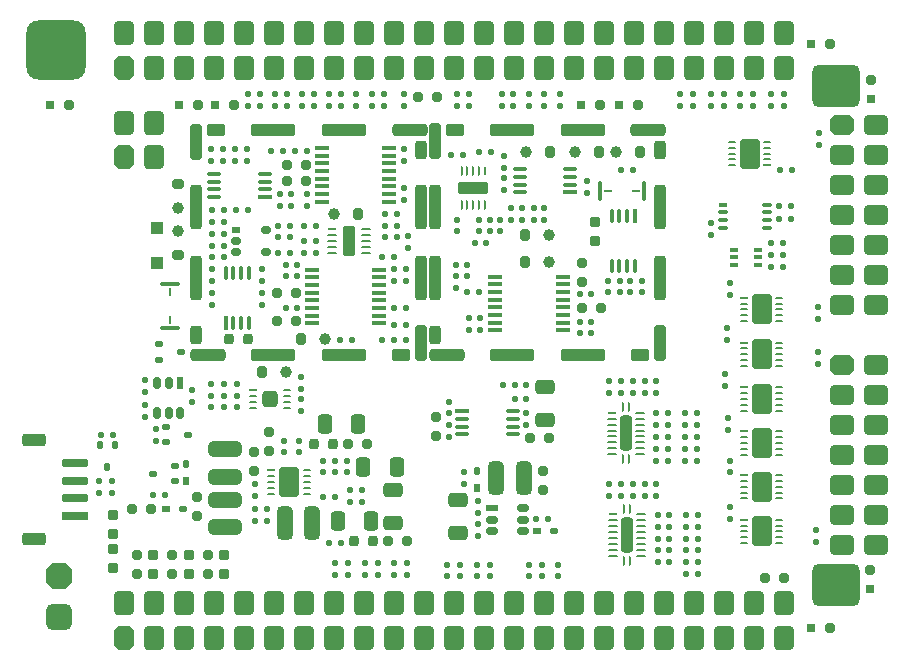
<source format=gbr>
%TF.GenerationSoftware,Altium Limited,Altium Designer,20.2.6 (244)*%
G04 Layer_Color=255*
%FSLAX45Y45*%
%MOMM*%
%TF.SameCoordinates,1A285BE7-DF3D-4214-9C7A-F78C9B27F18F*%
%TF.FilePolarity,Positive*%
%TF.FileFunction,Pads,Top*%
%TF.Part,Single*%
G01*
G75*
%TA.AperFunction,SMDPad,CuDef*%
G04:AMPARAMS|DCode=12|XSize=0.6mm|YSize=1mm|CornerRadius=0.15mm|HoleSize=0mm|Usage=FLASHONLY|Rotation=90.000|XOffset=0mm|YOffset=0mm|HoleType=Round|Shape=RoundedRectangle|*
%AMROUNDEDRECTD12*
21,1,0.60000,0.70000,0,0,90.0*
21,1,0.30000,1.00000,0,0,90.0*
1,1,0.30000,0.35000,0.15000*
1,1,0.30000,0.35000,-0.15000*
1,1,0.30000,-0.35000,-0.15000*
1,1,0.30000,-0.35000,0.15000*
%
%ADD12ROUNDEDRECTD12*%
%ADD13R,1.00000X0.60000*%
G04:AMPARAMS|DCode=14|XSize=0.38mm|YSize=1.15mm|CornerRadius=0.095mm|HoleSize=0mm|Usage=FLASHONLY|Rotation=90.000|XOffset=0mm|YOffset=0mm|HoleType=Round|Shape=RoundedRectangle|*
%AMROUNDEDRECTD14*
21,1,0.38000,0.96000,0,0,90.0*
21,1,0.19000,1.15000,0,0,90.0*
1,1,0.19000,0.48000,0.09500*
1,1,0.19000,0.48000,-0.09500*
1,1,0.19000,-0.48000,-0.09500*
1,1,0.19000,-0.48000,0.09500*
%
%ADD14ROUNDEDRECTD14*%
%ADD15R,1.15000X0.38000*%
G04:AMPARAMS|DCode=16|XSize=0.38mm|YSize=1.2mm|CornerRadius=0.095mm|HoleSize=0mm|Usage=FLASHONLY|Rotation=90.000|XOffset=0mm|YOffset=0mm|HoleType=Round|Shape=RoundedRectangle|*
%AMROUNDEDRECTD16*
21,1,0.38000,1.01000,0,0,90.0*
21,1,0.19000,1.20000,0,0,90.0*
1,1,0.19000,0.50500,0.09500*
1,1,0.19000,0.50500,-0.09500*
1,1,0.19000,-0.50500,-0.09500*
1,1,0.19000,-0.50500,0.09500*
%
%ADD16ROUNDEDRECTD16*%
%ADD17R,1.20000X0.38000*%
%ADD18R,0.65000X0.25000*%
G04:AMPARAMS|DCode=19|XSize=0.25mm|YSize=0.65mm|CornerRadius=0.0625mm|HoleSize=0mm|Usage=FLASHONLY|Rotation=90.000|XOffset=0mm|YOffset=0mm|HoleType=Round|Shape=RoundedRectangle|*
%AMROUNDEDRECTD19*
21,1,0.25000,0.52500,0,0,90.0*
21,1,0.12500,0.65000,0,0,90.0*
1,1,0.12500,0.26250,0.06250*
1,1,0.12500,0.26250,-0.06250*
1,1,0.12500,-0.26250,-0.06250*
1,1,0.12500,-0.26250,0.06250*
%
%ADD19ROUNDEDRECTD19*%
G04:AMPARAMS|DCode=20|XSize=1.4mm|YSize=1.3mm|CornerRadius=0.325mm|HoleSize=0mm|Usage=FLASHONLY|Rotation=90.000|XOffset=0mm|YOffset=0mm|HoleType=Round|Shape=RoundedRectangle|*
%AMROUNDEDRECTD20*
21,1,1.40000,0.65000,0,0,90.0*
21,1,0.75000,1.30000,0,0,90.0*
1,1,0.65000,0.32500,0.37500*
1,1,0.65000,0.32500,-0.37500*
1,1,0.65000,-0.32500,-0.37500*
1,1,0.65000,-0.32500,0.37500*
%
%ADD20ROUNDEDRECTD20*%
G04:AMPARAMS|DCode=21|XSize=2.55mm|YSize=1.1mm|CornerRadius=0.275mm|HoleSize=0mm|Usage=FLASHONLY|Rotation=90.000|XOffset=0mm|YOffset=0mm|HoleType=Round|Shape=RoundedRectangle|*
%AMROUNDEDRECTD21*
21,1,2.55000,0.55000,0,0,90.0*
21,1,2.00000,1.10000,0,0,90.0*
1,1,0.55000,0.27500,1.00000*
1,1,0.55000,0.27500,-1.00000*
1,1,0.55000,-0.27500,-1.00000*
1,1,0.55000,-0.27500,1.00000*
%
%ADD21ROUNDEDRECTD21*%
G04:AMPARAMS|DCode=22|XSize=0.25mm|YSize=0.8mm|CornerRadius=0.0625mm|HoleSize=0mm|Usage=FLASHONLY|Rotation=90.000|XOffset=0mm|YOffset=0mm|HoleType=Round|Shape=RoundedRectangle|*
%AMROUNDEDRECTD22*
21,1,0.25000,0.67500,0,0,90.0*
21,1,0.12500,0.80000,0,0,90.0*
1,1,0.12500,0.33750,0.06250*
1,1,0.12500,0.33750,-0.06250*
1,1,0.12500,-0.33750,-0.06250*
1,1,0.12500,-0.33750,0.06250*
%
%ADD22ROUNDEDRECTD22*%
%ADD23R,0.80000X0.25000*%
G04:AMPARAMS|DCode=24|XSize=0.6mm|YSize=1mm|CornerRadius=0.15mm|HoleSize=0mm|Usage=FLASHONLY|Rotation=0.000|XOffset=0mm|YOffset=0mm|HoleType=Round|Shape=RoundedRectangle|*
%AMROUNDEDRECTD24*
21,1,0.60000,0.70000,0,0,0.0*
21,1,0.30000,1.00000,0,0,0.0*
1,1,0.30000,0.15000,-0.35000*
1,1,0.30000,-0.15000,-0.35000*
1,1,0.30000,-0.15000,0.35000*
1,1,0.30000,0.15000,0.35000*
%
%ADD24ROUNDEDRECTD24*%
%ADD25R,0.60000X1.00000*%
G04:AMPARAMS|DCode=26|XSize=0.6mm|YSize=0.8mm|CornerRadius=0.15mm|HoleSize=0mm|Usage=FLASHONLY|Rotation=90.000|XOffset=0mm|YOffset=0mm|HoleType=Round|Shape=RoundedRectangle|*
%AMROUNDEDRECTD26*
21,1,0.60000,0.50000,0,0,90.0*
21,1,0.30000,0.80000,0,0,90.0*
1,1,0.30000,0.25000,0.15000*
1,1,0.30000,0.25000,-0.15000*
1,1,0.30000,-0.25000,-0.15000*
1,1,0.30000,-0.25000,0.15000*
%
%ADD26ROUNDEDRECTD26*%
%ADD27R,0.80000X0.60000*%
G04:AMPARAMS|DCode=28|XSize=0.38mm|YSize=1.15mm|CornerRadius=0.095mm|HoleSize=0mm|Usage=FLASHONLY|Rotation=180.000|XOffset=0mm|YOffset=0mm|HoleType=Round|Shape=RoundedRectangle|*
%AMROUNDEDRECTD28*
21,1,0.38000,0.96000,0,0,180.0*
21,1,0.19000,1.15000,0,0,180.0*
1,1,0.19000,-0.09500,0.48000*
1,1,0.19000,0.09500,0.48000*
1,1,0.19000,0.09500,-0.48000*
1,1,0.19000,-0.09500,-0.48000*
%
%ADD28ROUNDEDRECTD28*%
%ADD29R,0.38000X1.15000*%
G04:AMPARAMS|DCode=30|XSize=0.25mm|YSize=0.7mm|CornerRadius=0.0625mm|HoleSize=0mm|Usage=FLASHONLY|Rotation=90.000|XOffset=0mm|YOffset=0mm|HoleType=Round|Shape=RoundedRectangle|*
%AMROUNDEDRECTD30*
21,1,0.25000,0.57500,0,0,90.0*
21,1,0.12500,0.70000,0,0,90.0*
1,1,0.12500,0.28750,0.06250*
1,1,0.12500,0.28750,-0.06250*
1,1,0.12500,-0.28750,-0.06250*
1,1,0.12500,-0.28750,0.06250*
%
%ADD30ROUNDEDRECTD30*%
%ADD31R,0.70000X0.25000*%
G04:AMPARAMS|DCode=32|XSize=2.5mm|YSize=1.72mm|CornerRadius=0.172mm|HoleSize=0mm|Usage=FLASHONLY|Rotation=90.000|XOffset=0mm|YOffset=0mm|HoleType=Round|Shape=RoundedRectangle|*
%AMROUNDEDRECTD32*
21,1,2.50000,1.37600,0,0,90.0*
21,1,2.15600,1.72000,0,0,90.0*
1,1,0.34400,0.68800,1.07800*
1,1,0.34400,0.68800,-1.07800*
1,1,0.34400,-0.68800,-1.07800*
1,1,0.34400,-0.68800,1.07800*
%
%ADD32ROUNDEDRECTD32*%
%ADD33R,0.80000X0.37000*%
G04:AMPARAMS|DCode=34|XSize=0.37mm|YSize=0.8mm|CornerRadius=0.0925mm|HoleSize=0mm|Usage=FLASHONLY|Rotation=90.000|XOffset=0mm|YOffset=0mm|HoleType=Round|Shape=RoundedRectangle|*
%AMROUNDEDRECTD34*
21,1,0.37000,0.61500,0,0,90.0*
21,1,0.18500,0.80000,0,0,90.0*
1,1,0.18500,0.30750,0.09250*
1,1,0.18500,0.30750,-0.09250*
1,1,0.18500,-0.30750,-0.09250*
1,1,0.18500,-0.30750,0.09250*
%
%ADD34ROUNDEDRECTD34*%
G04:AMPARAMS|DCode=35|XSize=0.38mm|YSize=0.7mm|CornerRadius=0.095mm|HoleSize=0mm|Usage=FLASHONLY|Rotation=90.000|XOffset=0mm|YOffset=0mm|HoleType=Round|Shape=RoundedRectangle|*
%AMROUNDEDRECTD35*
21,1,0.38000,0.51000,0,0,90.0*
21,1,0.19000,0.70000,0,0,90.0*
1,1,0.19000,0.25500,0.09500*
1,1,0.19000,0.25500,-0.09500*
1,1,0.19000,-0.25500,-0.09500*
1,1,0.19000,-0.25500,0.09500*
%
%ADD35ROUNDEDRECTD35*%
%ADD36R,0.70000X0.38000*%
G04:AMPARAMS|DCode=37|XSize=0.25mm|YSize=0.8mm|CornerRadius=0.0625mm|HoleSize=0mm|Usage=FLASHONLY|Rotation=0.000|XOffset=0mm|YOffset=0mm|HoleType=Round|Shape=RoundedRectangle|*
%AMROUNDEDRECTD37*
21,1,0.25000,0.67500,0,0,0.0*
21,1,0.12500,0.80000,0,0,0.0*
1,1,0.12500,0.06250,-0.33750*
1,1,0.12500,-0.06250,-0.33750*
1,1,0.12500,-0.06250,0.33750*
1,1,0.12500,0.06250,0.33750*
%
%ADD37ROUNDEDRECTD37*%
G04:AMPARAMS|DCode=38|XSize=1mm|YSize=2.98mm|CornerRadius=0.25mm|HoleSize=0mm|Usage=FLASHONLY|Rotation=0.000|XOffset=0mm|YOffset=0mm|HoleType=Round|Shape=RoundedRectangle|*
%AMROUNDEDRECTD38*
21,1,1.00000,2.48000,0,0,0.0*
21,1,0.50000,2.98000,0,0,0.0*
1,1,0.50000,0.25000,-1.24000*
1,1,0.50000,-0.25000,-1.24000*
1,1,0.50000,-0.25000,1.24000*
1,1,0.50000,0.25000,1.24000*
%
%ADD38ROUNDEDRECTD38*%
G04:AMPARAMS|DCode=39|XSize=2.55mm|YSize=1.1mm|CornerRadius=0.275mm|HoleSize=0mm|Usage=FLASHONLY|Rotation=0.000|XOffset=0mm|YOffset=0mm|HoleType=Round|Shape=RoundedRectangle|*
%AMROUNDEDRECTD39*
21,1,2.55000,0.55000,0,0,0.0*
21,1,2.00000,1.10000,0,0,0.0*
1,1,0.55000,1.00000,-0.27500*
1,1,0.55000,-1.00000,-0.27500*
1,1,0.55000,-1.00000,0.27500*
1,1,0.55000,1.00000,0.27500*
%
%ADD39ROUNDEDRECTD39*%
%ADD40R,0.25000X0.80000*%
G04:AMPARAMS|DCode=41|XSize=0.8mm|YSize=1mm|CornerRadius=0.2mm|HoleSize=0mm|Usage=FLASHONLY|Rotation=180.000|XOffset=0mm|YOffset=0mm|HoleType=Round|Shape=RoundedRectangle|*
%AMROUNDEDRECTD41*
21,1,0.80000,0.60000,0,0,180.0*
21,1,0.40000,1.00000,0,0,180.0*
1,1,0.40000,-0.20000,0.30000*
1,1,0.40000,0.20000,0.30000*
1,1,0.40000,0.20000,-0.30000*
1,1,0.40000,-0.20000,-0.30000*
%
%ADD41ROUNDEDRECTD41*%
%ADD42C,1.00000*%
G04:AMPARAMS|DCode=43|XSize=0.8mm|YSize=1mm|CornerRadius=0.2mm|HoleSize=0mm|Usage=FLASHONLY|Rotation=90.000|XOffset=0mm|YOffset=0mm|HoleType=Round|Shape=RoundedRectangle|*
%AMROUNDEDRECTD43*
21,1,0.80000,0.60000,0,0,90.0*
21,1,0.40000,1.00000,0,0,90.0*
1,1,0.40000,0.30000,0.20000*
1,1,0.40000,0.30000,-0.20000*
1,1,0.40000,-0.30000,-0.20000*
1,1,0.40000,-0.30000,0.20000*
%
%ADD43ROUNDEDRECTD43*%
G04:AMPARAMS|DCode=44|XSize=0.5mm|YSize=0.6mm|CornerRadius=0.125mm|HoleSize=0mm|Usage=FLASHONLY|Rotation=270.000|XOffset=0mm|YOffset=0mm|HoleType=Round|Shape=RoundedRectangle|*
%AMROUNDEDRECTD44*
21,1,0.50000,0.35000,0,0,270.0*
21,1,0.25000,0.60000,0,0,270.0*
1,1,0.25000,-0.17500,-0.12500*
1,1,0.25000,-0.17500,0.12500*
1,1,0.25000,0.17500,0.12500*
1,1,0.25000,0.17500,-0.12500*
%
%ADD44ROUNDEDRECTD44*%
G04:AMPARAMS|DCode=45|XSize=0.5mm|YSize=0.6mm|CornerRadius=0.125mm|HoleSize=0mm|Usage=FLASHONLY|Rotation=0.000|XOffset=0mm|YOffset=0mm|HoleType=Round|Shape=RoundedRectangle|*
%AMROUNDEDRECTD45*
21,1,0.50000,0.35000,0,0,0.0*
21,1,0.25000,0.60000,0,0,0.0*
1,1,0.25000,0.12500,-0.17500*
1,1,0.25000,-0.12500,-0.17500*
1,1,0.25000,-0.12500,0.17500*
1,1,0.25000,0.12500,0.17500*
%
%ADD45ROUNDEDRECTD45*%
G04:AMPARAMS|DCode=46|XSize=0.5mm|YSize=0.5mm|CornerRadius=0.125mm|HoleSize=0mm|Usage=FLASHONLY|Rotation=180.000|XOffset=0mm|YOffset=0mm|HoleType=Round|Shape=RoundedRectangle|*
%AMROUNDEDRECTD46*
21,1,0.50000,0.25000,0,0,180.0*
21,1,0.25000,0.50000,0,0,180.0*
1,1,0.25000,-0.12500,0.12500*
1,1,0.25000,0.12500,0.12500*
1,1,0.25000,0.12500,-0.12500*
1,1,0.25000,-0.12500,-0.12500*
%
%ADD46ROUNDEDRECTD46*%
G04:AMPARAMS|DCode=47|XSize=0.5mm|YSize=0.5mm|CornerRadius=0.125mm|HoleSize=0mm|Usage=FLASHONLY|Rotation=90.000|XOffset=0mm|YOffset=0mm|HoleType=Round|Shape=RoundedRectangle|*
%AMROUNDEDRECTD47*
21,1,0.50000,0.25000,0,0,90.0*
21,1,0.25000,0.50000,0,0,90.0*
1,1,0.25000,0.12500,0.12500*
1,1,0.25000,0.12500,-0.12500*
1,1,0.25000,-0.12500,-0.12500*
1,1,0.25000,-0.12500,0.12500*
%
%ADD47ROUNDEDRECTD47*%
G04:AMPARAMS|DCode=48|XSize=0.9mm|YSize=0.8mm|CornerRadius=0.2mm|HoleSize=0mm|Usage=FLASHONLY|Rotation=270.000|XOffset=0mm|YOffset=0mm|HoleType=Round|Shape=RoundedRectangle|*
%AMROUNDEDRECTD48*
21,1,0.90000,0.40000,0,0,270.0*
21,1,0.50000,0.80000,0,0,270.0*
1,1,0.40000,-0.20000,-0.25000*
1,1,0.40000,-0.20000,0.25000*
1,1,0.40000,0.20000,0.25000*
1,1,0.40000,0.20000,-0.25000*
%
%ADD48ROUNDEDRECTD48*%
G04:AMPARAMS|DCode=49|XSize=0.9mm|YSize=0.8mm|CornerRadius=0.2mm|HoleSize=0mm|Usage=FLASHONLY|Rotation=0.000|XOffset=0mm|YOffset=0mm|HoleType=Round|Shape=RoundedRectangle|*
%AMROUNDEDRECTD49*
21,1,0.90000,0.40000,0,0,0.0*
21,1,0.50000,0.80000,0,0,0.0*
1,1,0.40000,0.25000,-0.20000*
1,1,0.40000,-0.25000,-0.20000*
1,1,0.40000,-0.25000,0.20000*
1,1,0.40000,0.25000,0.20000*
%
%ADD49ROUNDEDRECTD49*%
%ADD50O,1.70000X0.30000*%
%ADD51R,0.24000X0.70000*%
%ADD52O,0.30000X1.70000*%
%ADD53R,0.70000X0.24000*%
%ADD54R,2.20000X0.70000*%
G04:AMPARAMS|DCode=55|XSize=2.2mm|YSize=0.7mm|CornerRadius=0.175mm|HoleSize=0mm|Usage=FLASHONLY|Rotation=180.000|XOffset=0mm|YOffset=0mm|HoleType=Round|Shape=RoundedRectangle|*
%AMROUNDEDRECTD55*
21,1,2.20000,0.35000,0,0,180.0*
21,1,1.85000,0.70000,0,0,180.0*
1,1,0.35000,-0.92500,0.17500*
1,1,0.35000,0.92500,0.17500*
1,1,0.35000,0.92500,-0.17500*
1,1,0.35000,-0.92500,-0.17500*
%
%ADD55ROUNDEDRECTD55*%
G04:AMPARAMS|DCode=56|XSize=2mm|YSize=1.1mm|CornerRadius=0.275mm|HoleSize=0mm|Usage=FLASHONLY|Rotation=180.000|XOffset=0mm|YOffset=0mm|HoleType=Round|Shape=RoundedRectangle|*
%AMROUNDEDRECTD56*
21,1,2.00000,0.55000,0,0,180.0*
21,1,1.45000,1.10000,0,0,180.0*
1,1,0.55000,-0.72500,0.27500*
1,1,0.55000,0.72500,0.27500*
1,1,0.55000,0.72500,-0.27500*
1,1,0.55000,-0.72500,-0.27500*
%
%ADD56ROUNDEDRECTD56*%
G04:AMPARAMS|DCode=57|XSize=1.6mm|YSize=1mm|CornerRadius=0.25mm|HoleSize=0mm|Usage=FLASHONLY|Rotation=270.000|XOffset=0mm|YOffset=0mm|HoleType=Round|Shape=RoundedRectangle|*
%AMROUNDEDRECTD57*
21,1,1.60000,0.50000,0,0,270.0*
21,1,1.10000,1.00000,0,0,270.0*
1,1,0.50000,-0.25000,-0.55000*
1,1,0.50000,-0.25000,0.55000*
1,1,0.50000,0.25000,0.55000*
1,1,0.50000,0.25000,-0.55000*
%
%ADD57ROUNDEDRECTD57*%
G04:AMPARAMS|DCode=58|XSize=3.8mm|YSize=1mm|CornerRadius=0.25mm|HoleSize=0mm|Usage=FLASHONLY|Rotation=180.000|XOffset=0mm|YOffset=0mm|HoleType=Round|Shape=RoundedRectangle|*
%AMROUNDEDRECTD58*
21,1,3.80000,0.50000,0,0,180.0*
21,1,3.30000,1.00000,0,0,180.0*
1,1,0.50000,-1.65000,0.25000*
1,1,0.50000,1.65000,0.25000*
1,1,0.50000,1.65000,-0.25000*
1,1,0.50000,-1.65000,-0.25000*
%
%ADD58ROUNDEDRECTD58*%
G04:AMPARAMS|DCode=59|XSize=3mm|YSize=1mm|CornerRadius=0.25mm|HoleSize=0mm|Usage=FLASHONLY|Rotation=180.000|XOffset=0mm|YOffset=0mm|HoleType=Round|Shape=RoundedRectangle|*
%AMROUNDEDRECTD59*
21,1,3.00000,0.50000,0,0,180.0*
21,1,2.50000,1.00000,0,0,180.0*
1,1,0.50000,-1.25000,0.25000*
1,1,0.50000,1.25000,0.25000*
1,1,0.50000,1.25000,-0.25000*
1,1,0.50000,-1.25000,-0.25000*
%
%ADD59ROUNDEDRECTD59*%
G04:AMPARAMS|DCode=60|XSize=1.6mm|YSize=1mm|CornerRadius=0.25mm|HoleSize=0mm|Usage=FLASHONLY|Rotation=0.000|XOffset=0mm|YOffset=0mm|HoleType=Round|Shape=RoundedRectangle|*
%AMROUNDEDRECTD60*
21,1,1.60000,0.50000,0,0,0.0*
21,1,1.10000,1.00000,0,0,0.0*
1,1,0.50000,0.55000,-0.25000*
1,1,0.50000,-0.55000,-0.25000*
1,1,0.50000,-0.55000,0.25000*
1,1,0.50000,0.55000,0.25000*
%
%ADD60ROUNDEDRECTD60*%
G04:AMPARAMS|DCode=61|XSize=3.8mm|YSize=1mm|CornerRadius=0.25mm|HoleSize=0mm|Usage=FLASHONLY|Rotation=270.000|XOffset=0mm|YOffset=0mm|HoleType=Round|Shape=RoundedRectangle|*
%AMROUNDEDRECTD61*
21,1,3.80000,0.50000,0,0,270.0*
21,1,3.30000,1.00000,0,0,270.0*
1,1,0.50000,-0.25000,-1.65000*
1,1,0.50000,-0.25000,1.65000*
1,1,0.50000,0.25000,1.65000*
1,1,0.50000,0.25000,-1.65000*
%
%ADD61ROUNDEDRECTD61*%
G04:AMPARAMS|DCode=62|XSize=3mm|YSize=1mm|CornerRadius=0.25mm|HoleSize=0mm|Usage=FLASHONLY|Rotation=270.000|XOffset=0mm|YOffset=0mm|HoleType=Round|Shape=RoundedRectangle|*
%AMROUNDEDRECTD62*
21,1,3.00000,0.50000,0,0,270.0*
21,1,2.50000,1.00000,0,0,270.0*
1,1,0.50000,-0.25000,-1.25000*
1,1,0.50000,-0.25000,1.25000*
1,1,0.50000,0.25000,1.25000*
1,1,0.50000,0.25000,-1.25000*
%
%ADD62ROUNDEDRECTD62*%
G04:AMPARAMS|DCode=63|XSize=2.8mm|YSize=1.3mm|CornerRadius=0.325mm|HoleSize=0mm|Usage=FLASHONLY|Rotation=90.000|XOffset=0mm|YOffset=0mm|HoleType=Round|Shape=RoundedRectangle|*
%AMROUNDEDRECTD63*
21,1,2.80000,0.65000,0,0,90.0*
21,1,2.15000,1.30000,0,0,90.0*
1,1,0.65000,0.32500,1.07500*
1,1,0.65000,0.32500,-1.07500*
1,1,0.65000,-0.32500,-1.07500*
1,1,0.65000,-0.32500,1.07500*
%
%ADD63ROUNDEDRECTD63*%
G04:AMPARAMS|DCode=64|XSize=2.8mm|YSize=1.3mm|CornerRadius=0.325mm|HoleSize=0mm|Usage=FLASHONLY|Rotation=0.000|XOffset=0mm|YOffset=0mm|HoleType=Round|Shape=RoundedRectangle|*
%AMROUNDEDRECTD64*
21,1,2.80000,0.65000,0,0,0.0*
21,1,2.15000,1.30000,0,0,0.0*
1,1,0.65000,1.07500,-0.32500*
1,1,0.65000,-1.07500,-0.32500*
1,1,0.65000,-1.07500,0.32500*
1,1,0.65000,1.07500,0.32500*
%
%ADD64ROUNDEDRECTD64*%
G04:AMPARAMS|DCode=65|XSize=0.5mm|YSize=0.7mm|CornerRadius=0.125mm|HoleSize=0mm|Usage=FLASHONLY|Rotation=180.000|XOffset=0mm|YOffset=0mm|HoleType=Round|Shape=RoundedRectangle|*
%AMROUNDEDRECTD65*
21,1,0.50000,0.45000,0,0,180.0*
21,1,0.25000,0.70000,0,0,180.0*
1,1,0.25000,-0.12500,0.22500*
1,1,0.25000,0.12500,0.22500*
1,1,0.25000,0.12500,-0.22500*
1,1,0.25000,-0.12500,-0.22500*
%
%ADD65ROUNDEDRECTD65*%
%ADD66R,0.50000X0.70000*%
G04:AMPARAMS|DCode=67|XSize=0.5mm|YSize=0.7mm|CornerRadius=0.125mm|HoleSize=0mm|Usage=FLASHONLY|Rotation=90.000|XOffset=0mm|YOffset=0mm|HoleType=Round|Shape=RoundedRectangle|*
%AMROUNDEDRECTD67*
21,1,0.50000,0.45000,0,0,90.0*
21,1,0.25000,0.70000,0,0,90.0*
1,1,0.25000,0.22500,0.12500*
1,1,0.25000,0.22500,-0.12500*
1,1,0.25000,-0.22500,-0.12500*
1,1,0.25000,-0.22500,0.12500*
%
%ADD67ROUNDEDRECTD67*%
%ADD68R,0.70000X0.50000*%
G04:AMPARAMS|DCode=69|XSize=0.8mm|YSize=0.8mm|CornerRadius=0.2mm|HoleSize=0mm|Usage=FLASHONLY|Rotation=90.000|XOffset=0mm|YOffset=0mm|HoleType=Round|Shape=RoundedRectangle|*
%AMROUNDEDRECTD69*
21,1,0.80000,0.40000,0,0,90.0*
21,1,0.40000,0.80000,0,0,90.0*
1,1,0.40000,0.20000,0.20000*
1,1,0.40000,0.20000,-0.20000*
1,1,0.40000,-0.20000,-0.20000*
1,1,0.40000,-0.20000,0.20000*
%
%ADD69ROUNDEDRECTD69*%
%ADD70R,0.80000X0.80000*%
G04:AMPARAMS|DCode=71|XSize=1.1mm|YSize=1.1mm|CornerRadius=0.275mm|HoleSize=0mm|Usage=FLASHONLY|Rotation=0.000|XOffset=0mm|YOffset=0mm|HoleType=Round|Shape=RoundedRectangle|*
%AMROUNDEDRECTD71*
21,1,1.10000,0.55000,0,0,0.0*
21,1,0.55000,1.10000,0,0,0.0*
1,1,0.55000,0.27500,-0.27500*
1,1,0.55000,-0.27500,-0.27500*
1,1,0.55000,-0.27500,0.27500*
1,1,0.55000,0.27500,0.27500*
%
%ADD71ROUNDEDRECTD71*%
%ADD72R,1.10000X1.10000*%
G04:AMPARAMS|DCode=73|XSize=0.8mm|YSize=0.8mm|CornerRadius=0.2mm|HoleSize=0mm|Usage=FLASHONLY|Rotation=180.000|XOffset=0mm|YOffset=0mm|HoleType=Round|Shape=RoundedRectangle|*
%AMROUNDEDRECTD73*
21,1,0.80000,0.40000,0,0,180.0*
21,1,0.40000,0.80000,0,0,180.0*
1,1,0.40000,-0.20000,0.20000*
1,1,0.40000,0.20000,0.20000*
1,1,0.40000,0.20000,-0.20000*
1,1,0.40000,-0.20000,-0.20000*
%
%ADD73ROUNDEDRECTD73*%
%ADD74R,0.80000X0.80000*%
G04:AMPARAMS|DCode=75|XSize=1.65mm|YSize=1.25mm|CornerRadius=0.3125mm|HoleSize=0mm|Usage=FLASHONLY|Rotation=0.000|XOffset=0mm|YOffset=0mm|HoleType=Round|Shape=RoundedRectangle|*
%AMROUNDEDRECTD75*
21,1,1.65000,0.62500,0,0,0.0*
21,1,1.02500,1.25000,0,0,0.0*
1,1,0.62500,0.51250,-0.31250*
1,1,0.62500,-0.51250,-0.31250*
1,1,0.62500,-0.51250,0.31250*
1,1,0.62500,0.51250,0.31250*
%
%ADD75ROUNDEDRECTD75*%
G04:AMPARAMS|DCode=76|XSize=1.65mm|YSize=1.25mm|CornerRadius=0.3125mm|HoleSize=0mm|Usage=FLASHONLY|Rotation=270.000|XOffset=0mm|YOffset=0mm|HoleType=Round|Shape=RoundedRectangle|*
%AMROUNDEDRECTD76*
21,1,1.65000,0.62500,0,0,270.0*
21,1,1.02500,1.25000,0,0,270.0*
1,1,0.62500,-0.31250,-0.51250*
1,1,0.62500,-0.31250,0.51250*
1,1,0.62500,0.31250,0.51250*
1,1,0.62500,0.31250,-0.51250*
%
%ADD76ROUNDEDRECTD76*%
%TA.AperFunction,ComponentPad*%
G04:AMPARAMS|DCode=87|XSize=1.7mm|YSize=2.1mm|CornerRadius=0.425mm|HoleSize=0mm|Usage=FLASHONLY|Rotation=0.000|XOffset=0mm|YOffset=0mm|HoleType=Round|Shape=RoundedRectangle|*
%AMROUNDEDRECTD87*
21,1,1.70000,1.25001,0,0,0.0*
21,1,0.85000,2.10000,0,0,0.0*
1,1,0.85000,0.42500,-0.62500*
1,1,0.85000,-0.42500,-0.62500*
1,1,0.85000,-0.42500,0.62500*
1,1,0.85000,0.42500,0.62500*
%
%ADD87ROUNDEDRECTD87*%
G04:AMPARAMS|DCode=88|XSize=1.7mm|YSize=2.1mm|CornerRadius=0mm|HoleSize=0mm|Usage=FLASHONLY|Rotation=0.000|XOffset=0mm|YOffset=0mm|HoleType=Round|Shape=Octagon|*
%AMOCTAGOND88*
4,1,8,-0.42500,1.05000,0.42500,1.05000,0.85000,0.62500,0.85000,-0.62500,0.42500,-1.05000,-0.42500,-1.05000,-0.85000,-0.62500,-0.85000,0.62500,-0.42500,1.05000,0.0*
%
%ADD88OCTAGOND88*%

G04:AMPARAMS|DCode=89|XSize=1.7mm|YSize=2.1mm|CornerRadius=0.425mm|HoleSize=0mm|Usage=FLASHONLY|Rotation=270.000|XOffset=0mm|YOffset=0mm|HoleType=Round|Shape=RoundedRectangle|*
%AMROUNDEDRECTD89*
21,1,1.70000,1.25001,0,0,270.0*
21,1,0.85000,2.10000,0,0,270.0*
1,1,0.85000,-0.62500,-0.42500*
1,1,0.85000,-0.62500,0.42500*
1,1,0.85000,0.62500,0.42500*
1,1,0.85000,0.62500,-0.42500*
%
%ADD89ROUNDEDRECTD89*%
G04:AMPARAMS|DCode=90|XSize=1.7mm|YSize=2.1mm|CornerRadius=0mm|HoleSize=0mm|Usage=FLASHONLY|Rotation=270.000|XOffset=0mm|YOffset=0mm|HoleType=Round|Shape=Octagon|*
%AMOCTAGOND90*
4,1,8,1.05000,0.42500,1.05000,-0.42500,0.62500,-0.85000,-0.62500,-0.85000,-1.05000,-0.42500,-1.05000,0.42500,-0.62500,0.85000,0.62500,0.85000,1.05000,0.42500,0.0*
%
%ADD90OCTAGOND90*%

G04:AMPARAMS|DCode=91|XSize=4mm|YSize=3.6mm|CornerRadius=0.54mm|HoleSize=0mm|Usage=FLASHONLY|Rotation=0.000|XOffset=0mm|YOffset=0mm|HoleType=Round|Shape=RoundedRectangle|*
%AMROUNDEDRECTD91*
21,1,4.00000,2.52000,0,0,0.0*
21,1,2.92000,3.60000,0,0,0.0*
1,1,1.08000,1.46000,-1.26000*
1,1,1.08000,-1.46000,-1.26000*
1,1,1.08000,-1.46000,1.26000*
1,1,1.08000,1.46000,1.26000*
%
%ADD91ROUNDEDRECTD91*%
G04:AMPARAMS|DCode=92|XSize=5mm|YSize=5mm|CornerRadius=1mm|HoleSize=0mm|Usage=FLASHONLY|Rotation=0.000|XOffset=0mm|YOffset=0mm|HoleType=Round|Shape=RoundedRectangle|*
%AMROUNDEDRECTD92*
21,1,5.00000,3.00000,0,0,0.0*
21,1,3.00000,5.00000,0,0,0.0*
1,1,2.00000,1.50000,-1.50000*
1,1,2.00000,-1.50000,-1.50000*
1,1,2.00000,-1.50000,1.50000*
1,1,2.00000,1.50000,1.50000*
%
%ADD92ROUNDEDRECTD92*%
G04:AMPARAMS|DCode=93|XSize=2.2mm|YSize=2.2mm|CornerRadius=0mm|HoleSize=0mm|Usage=FLASHONLY|Rotation=270.000|XOffset=0mm|YOffset=0mm|HoleType=Round|Shape=Octagon|*
%AMOCTAGOND93*
4,1,8,-0.55000,-1.10000,0.55000,-1.10000,1.10000,-0.55000,1.10000,0.55000,0.55000,1.10000,-0.55000,1.10000,-1.10000,0.55000,-1.10000,-0.55000,-0.55000,-1.10000,0.0*
%
%ADD93OCTAGOND93*%

G04:AMPARAMS|DCode=94|XSize=2.2mm|YSize=2.2mm|CornerRadius=0.55mm|HoleSize=0mm|Usage=FLASHONLY|Rotation=270.000|XOffset=0mm|YOffset=0mm|HoleType=Round|Shape=RoundedRectangle|*
%AMROUNDEDRECTD94*
21,1,2.20000,1.10000,0,0,270.0*
21,1,1.10000,2.20000,0,0,270.0*
1,1,1.10000,-0.55000,-0.55000*
1,1,1.10000,-0.55000,0.55000*
1,1,1.10000,0.55000,0.55000*
1,1,1.10000,0.55000,-0.55000*
%
%ADD94ROUNDEDRECTD94*%
D12*
X5410000Y1265000D02*
D03*
Y1170000D02*
D03*
Y1075000D02*
D03*
X5150000D02*
D03*
Y1170000D02*
D03*
D13*
Y1265000D02*
D03*
D14*
X5322500Y1892500D02*
D03*
Y1957500D02*
D03*
Y2022500D02*
D03*
Y2087500D02*
D03*
X4897500Y1892500D02*
D03*
Y1957500D02*
D03*
Y2022500D02*
D03*
X2797500Y4097500D02*
D03*
Y4032500D02*
D03*
Y3967500D02*
D03*
Y3902500D02*
D03*
X3222500Y4097500D02*
D03*
Y4032500D02*
D03*
Y3967500D02*
D03*
X5387500Y4137500D02*
D03*
Y4072500D02*
D03*
Y4007500D02*
D03*
Y3942500D02*
D03*
X5812500Y4137500D02*
D03*
Y4072500D02*
D03*
Y4007500D02*
D03*
D15*
X4897500Y2087500D02*
D03*
X3222500Y3902500D02*
D03*
X5812500Y3942500D02*
D03*
D16*
X4275000Y3862500D02*
D03*
Y3927500D02*
D03*
Y3992500D02*
D03*
Y4057500D02*
D03*
Y4122500D02*
D03*
Y4187500D02*
D03*
Y4252500D02*
D03*
Y4317500D02*
D03*
X3705000Y3862500D02*
D03*
Y3927500D02*
D03*
Y3992500D02*
D03*
Y4057500D02*
D03*
Y4122500D02*
D03*
Y4187500D02*
D03*
Y4252500D02*
D03*
X4195000Y2832500D02*
D03*
Y2897500D02*
D03*
Y2962500D02*
D03*
Y3027500D02*
D03*
Y3092500D02*
D03*
Y3157500D02*
D03*
Y3222500D02*
D03*
Y3287500D02*
D03*
X3625000Y2832500D02*
D03*
Y2897500D02*
D03*
Y2962500D02*
D03*
Y3027500D02*
D03*
Y3092500D02*
D03*
Y3157500D02*
D03*
Y3222500D02*
D03*
X5175000Y3227500D02*
D03*
Y3162500D02*
D03*
Y3097500D02*
D03*
Y3032500D02*
D03*
Y2967500D02*
D03*
Y2902500D02*
D03*
Y2837500D02*
D03*
Y2772500D02*
D03*
X5745000Y3227500D02*
D03*
Y3162500D02*
D03*
Y3097500D02*
D03*
Y3032500D02*
D03*
Y2967500D02*
D03*
Y2902500D02*
D03*
Y2837500D02*
D03*
D17*
X3705000Y4317500D02*
D03*
X3625000Y3287500D02*
D03*
X5745000Y2772500D02*
D03*
D18*
X3124999Y2265000D02*
D03*
D19*
Y2215000D02*
D03*
Y2165000D02*
D03*
Y2115000D02*
D03*
X3414999Y2265000D02*
D03*
Y2215000D02*
D03*
Y2165000D02*
D03*
Y2115000D02*
D03*
D20*
X3269999Y2190000D02*
D03*
D21*
X3940000Y3530000D02*
D03*
D22*
X4085000Y3430000D02*
D03*
Y3480000D02*
D03*
Y3530000D02*
D03*
Y3580000D02*
D03*
Y3630000D02*
D03*
X3795000Y3430000D02*
D03*
Y3480000D02*
D03*
Y3530000D02*
D03*
Y3580000D02*
D03*
X6170000Y1165000D02*
D03*
Y1115000D02*
D03*
Y1065000D02*
D03*
Y1015000D02*
D03*
Y965000D02*
D03*
Y915000D02*
D03*
Y865000D02*
D03*
X6410000D02*
D03*
Y915000D02*
D03*
Y965000D02*
D03*
Y1015000D02*
D03*
Y1065000D02*
D03*
Y1115000D02*
D03*
Y1165000D02*
D03*
Y1215000D02*
D03*
X6160000Y2025000D02*
D03*
Y1975000D02*
D03*
Y1925000D02*
D03*
Y1875000D02*
D03*
Y1825000D02*
D03*
Y1775000D02*
D03*
Y1725000D02*
D03*
X6400000D02*
D03*
Y1775000D02*
D03*
Y1825000D02*
D03*
Y1875000D02*
D03*
Y1925000D02*
D03*
Y1975000D02*
D03*
Y2025000D02*
D03*
Y2075000D02*
D03*
D23*
X3795000Y3630000D02*
D03*
X6170000Y1215000D02*
D03*
X6160000Y2075000D02*
D03*
D24*
X2505000Y2070000D02*
D03*
X2410000D02*
D03*
X2315000D02*
D03*
Y2330000D02*
D03*
X2410000D02*
D03*
D25*
X2505000D02*
D03*
D26*
X3237500Y3625000D02*
D03*
Y3435000D02*
D03*
X2982500D02*
D03*
Y3530000D02*
D03*
D27*
Y3625000D02*
D03*
D28*
X3087500Y3262500D02*
D03*
X3022500D02*
D03*
X2957500D02*
D03*
X2892500D02*
D03*
X3087500Y2837500D02*
D03*
X3022500D02*
D03*
X2957500D02*
D03*
X6162500Y3317500D02*
D03*
X6227500D02*
D03*
X6292500D02*
D03*
X6357500D02*
D03*
X6162500Y3742500D02*
D03*
X6227500D02*
D03*
X6292500D02*
D03*
D29*
X2892500Y2837500D02*
D03*
X6357500Y3742500D02*
D03*
D30*
X3579999Y1390000D02*
D03*
Y1440000D02*
D03*
Y1490000D02*
D03*
Y1540000D02*
D03*
Y1590000D02*
D03*
X3280000Y1390000D02*
D03*
Y1440000D02*
D03*
Y1490000D02*
D03*
Y1540000D02*
D03*
X7580000Y2850000D02*
D03*
Y2900000D02*
D03*
Y2950000D02*
D03*
Y3000000D02*
D03*
Y3050000D02*
D03*
X7280000Y2850000D02*
D03*
Y2900000D02*
D03*
Y2950000D02*
D03*
Y3000000D02*
D03*
X7580000Y970000D02*
D03*
Y1020000D02*
D03*
Y1070000D02*
D03*
Y1120000D02*
D03*
Y1170000D02*
D03*
X7280000Y970000D02*
D03*
Y1020000D02*
D03*
Y1070000D02*
D03*
Y1120000D02*
D03*
X7580000Y1720000D02*
D03*
Y1770000D02*
D03*
Y1820000D02*
D03*
Y1870000D02*
D03*
Y1920000D02*
D03*
X7280000Y1720000D02*
D03*
Y1770000D02*
D03*
Y1820000D02*
D03*
Y1870000D02*
D03*
X7580000Y1350000D02*
D03*
Y1400000D02*
D03*
Y1450000D02*
D03*
Y1500000D02*
D03*
Y1550000D02*
D03*
X7280000Y1350000D02*
D03*
Y1400000D02*
D03*
Y1450000D02*
D03*
Y1500000D02*
D03*
X7580000Y2090000D02*
D03*
Y2140000D02*
D03*
Y2190000D02*
D03*
Y2240000D02*
D03*
Y2290000D02*
D03*
X7280000Y2090000D02*
D03*
Y2140000D02*
D03*
Y2190000D02*
D03*
Y2240000D02*
D03*
X7180000Y4370000D02*
D03*
Y4320000D02*
D03*
Y4270000D02*
D03*
Y4220000D02*
D03*
Y4170000D02*
D03*
X7480000Y4370000D02*
D03*
Y4320000D02*
D03*
Y4270000D02*
D03*
Y4220000D02*
D03*
X7580000Y2470000D02*
D03*
Y2520000D02*
D03*
Y2570000D02*
D03*
Y2620000D02*
D03*
Y2670000D02*
D03*
X7280000Y2470000D02*
D03*
Y2520000D02*
D03*
Y2570000D02*
D03*
Y2620000D02*
D03*
D31*
X3280000Y1590000D02*
D03*
X7280000Y3050000D02*
D03*
Y1170000D02*
D03*
Y1920000D02*
D03*
Y1550000D02*
D03*
Y2290000D02*
D03*
X7480000Y4170000D02*
D03*
X7280000Y2670000D02*
D03*
D32*
X3429999Y1490000D02*
D03*
X7430000Y2950000D02*
D03*
Y1070000D02*
D03*
Y1820000D02*
D03*
Y1450000D02*
D03*
Y2190000D02*
D03*
X7330000Y4270000D02*
D03*
X7430000Y2570000D02*
D03*
D33*
X7105000Y3837500D02*
D03*
D34*
Y3772500D02*
D03*
Y3707500D02*
D03*
Y3642500D02*
D03*
X7475000Y3837500D02*
D03*
Y3772500D02*
D03*
Y3707500D02*
D03*
Y3642500D02*
D03*
D35*
X7400000Y3455000D02*
D03*
Y3390000D02*
D03*
Y3325000D02*
D03*
X7200000D02*
D03*
Y3390000D02*
D03*
D36*
Y3455000D02*
D03*
D37*
X6265000Y820000D02*
D03*
X6315000D02*
D03*
Y1260000D02*
D03*
X6265000D02*
D03*
X6255000Y1680000D02*
D03*
X6305000D02*
D03*
Y2120000D02*
D03*
X6255000D02*
D03*
X4890000Y3835000D02*
D03*
X4940000D02*
D03*
X4990000D02*
D03*
X5040000D02*
D03*
X5090000D02*
D03*
X4890000Y4125000D02*
D03*
X4940000D02*
D03*
X4990000D02*
D03*
X5040000D02*
D03*
D38*
X6290000Y1040000D02*
D03*
X6280000Y1900000D02*
D03*
D39*
X4990000Y3980000D02*
D03*
D40*
X5090000Y4125000D02*
D03*
D41*
X3200000Y2420000D02*
D03*
X4010000Y3760000D02*
D03*
X3530000Y2700000D02*
D03*
X5430000Y3350000D02*
D03*
X6400000Y4280000D02*
D03*
X6050000D02*
D03*
X5430000Y3580000D02*
D03*
X5640000Y4280000D02*
D03*
D42*
X3400000Y2420000D02*
D03*
X3810000Y3760000D02*
D03*
X2490000Y3810000D02*
D03*
Y3610000D02*
D03*
X3730000Y2700000D02*
D03*
X5630000Y3350000D02*
D03*
X6200000Y4280000D02*
D03*
X5850000D02*
D03*
X5630000Y3580000D02*
D03*
X5440000Y4280000D02*
D03*
D43*
X2490000Y4010000D02*
D03*
Y3410000D02*
D03*
D44*
X2275000Y1560000D02*
D03*
X2465000Y1625000D02*
D03*
Y1495000D02*
D03*
X2575000Y1890000D02*
D03*
X2385000Y1825000D02*
D03*
Y1955000D02*
D03*
X2515000Y2590000D02*
D03*
X2325000Y2525000D02*
D03*
Y2655000D02*
D03*
D45*
X1890000Y1615000D02*
D03*
X1825000Y1805000D02*
D03*
X1955000D02*
D03*
D46*
X5020000Y790000D02*
D03*
Y690000D02*
D03*
X4950000Y4670000D02*
D03*
Y4770000D02*
D03*
X4880000Y790000D02*
D03*
Y690000D02*
D03*
X4070000Y800000D02*
D03*
Y700000D02*
D03*
X3930000Y700000D02*
D03*
Y800000D02*
D03*
X4000000Y4670000D02*
D03*
Y4770000D02*
D03*
X4130000Y4770000D02*
D03*
Y4670000D02*
D03*
X3640000Y4670000D02*
D03*
Y4770000D02*
D03*
X3770000Y4770000D02*
D03*
Y4670000D02*
D03*
X7510000Y4670000D02*
D03*
Y4770000D02*
D03*
X7620000Y4770000D02*
D03*
Y4670000D02*
D03*
X7250000Y4670000D02*
D03*
Y4770000D02*
D03*
X7360000Y4770000D02*
D03*
Y4670000D02*
D03*
X7000000Y4670000D02*
D03*
Y4770000D02*
D03*
X7110000Y4770000D02*
D03*
Y4670000D02*
D03*
X6740000Y4670000D02*
D03*
Y4770000D02*
D03*
X6850000Y4770000D02*
D03*
Y4670000D02*
D03*
X5590000Y4770000D02*
D03*
Y4670000D02*
D03*
X5330000Y4770000D02*
D03*
Y4670000D02*
D03*
X4850000Y4770000D02*
D03*
Y4670000D02*
D03*
X5570000Y690000D02*
D03*
Y790000D02*
D03*
X5460000Y790000D02*
D03*
Y690000D02*
D03*
X3920000Y1670000D02*
D03*
Y1570000D02*
D03*
X5250000Y4150000D02*
D03*
Y4250000D02*
D03*
X3949999Y1319999D02*
D03*
Y1419999D02*
D03*
X7000000Y3680001D02*
D03*
Y3580000D02*
D03*
X5230000Y4770000D02*
D03*
Y4670000D02*
D03*
X4180000Y700000D02*
D03*
Y800000D02*
D03*
X3820000Y700000D02*
D03*
Y800000D02*
D03*
X5130000Y690000D02*
D03*
Y790000D02*
D03*
X4770000Y690000D02*
D03*
Y790000D02*
D03*
X3870000Y4770000D02*
D03*
Y4670000D02*
D03*
X3540000Y4770000D02*
D03*
Y4670000D02*
D03*
X4230000Y4770000D02*
D03*
Y4670000D02*
D03*
X1930000Y1400000D02*
D03*
Y1500000D02*
D03*
X1820000Y1500000D02*
D03*
Y1400000D02*
D03*
X3410000Y4670000D02*
D03*
Y4770000D02*
D03*
X2210000Y2140000D02*
D03*
Y2040000D02*
D03*
X5030000Y1330000D02*
D03*
Y1230000D02*
D03*
X2210000Y2250000D02*
D03*
Y2350000D02*
D03*
X5030000Y1130000D02*
D03*
Y1030000D02*
D03*
X2300000Y1940000D02*
D03*
Y1840000D02*
D03*
X5710000Y790000D02*
D03*
Y690000D02*
D03*
X4400000Y3880000D02*
D03*
Y3980000D02*
D03*
X2870000Y4310000D02*
D03*
Y4210000D02*
D03*
X3450000Y3830000D02*
D03*
Y3930000D02*
D03*
X5720000Y4770000D02*
D03*
Y4670000D02*
D03*
X3180000Y4770000D02*
D03*
Y4670000D02*
D03*
X5460000Y4770000D02*
D03*
Y4670000D02*
D03*
X3080000Y4770000D02*
D03*
Y4670000D02*
D03*
X2769998Y2119998D02*
D03*
Y2219998D02*
D03*
Y2319998D02*
D03*
X3530000Y2089999D02*
D03*
Y2189999D02*
D03*
X4320000Y800000D02*
D03*
Y700000D02*
D03*
X4430000Y800000D02*
D03*
Y700000D02*
D03*
X3310000Y4770000D02*
D03*
Y4670000D02*
D03*
X2879999Y2120000D02*
D03*
Y2220000D02*
D03*
Y2320000D02*
D03*
X2990003Y2319998D02*
D03*
Y2219998D02*
D03*
Y2119998D02*
D03*
X4850000Y3610000D02*
D03*
Y3710000D02*
D03*
X6440000Y1370000D02*
D03*
Y1470000D02*
D03*
Y2240000D02*
D03*
Y2340000D02*
D03*
X4840000Y3130000D02*
D03*
Y3230000D02*
D03*
Y3330000D02*
D03*
X5500000Y3710000D02*
D03*
Y3810000D02*
D03*
X5590000Y3810000D02*
D03*
Y3710000D02*
D03*
X2610000Y2270000D02*
D03*
Y2170000D02*
D03*
X4910000Y1470000D02*
D03*
Y1570000D02*
D03*
X4780000Y2070000D02*
D03*
Y2170000D02*
D03*
X5440000Y1970001D02*
D03*
Y2070000D02*
D03*
X4780000Y1870000D02*
D03*
Y1970000D02*
D03*
X2780000Y3090000D02*
D03*
Y2990000D02*
D03*
Y3190000D02*
D03*
Y3290000D02*
D03*
X4400000Y4670000D02*
D03*
Y4770000D02*
D03*
Y4310000D02*
D03*
Y4210000D02*
D03*
X3580000Y3930000D02*
D03*
Y3830000D02*
D03*
X2770000Y4210000D02*
D03*
Y4310000D02*
D03*
X3350000Y3830000D02*
D03*
Y3930000D02*
D03*
X3530000Y2280000D02*
D03*
Y2380000D02*
D03*
X7890000Y1080000D02*
D03*
Y980000D02*
D03*
X4440000Y3470000D02*
D03*
Y3570000D02*
D03*
X7910000Y2590000D02*
D03*
Y2490000D02*
D03*
X7920000Y4440000D02*
D03*
Y4340000D02*
D03*
X3200000Y3090000D02*
D03*
Y2990000D02*
D03*
Y3190000D02*
D03*
Y3290000D02*
D03*
X6540000Y1470000D02*
D03*
Y1370000D02*
D03*
X6540000Y2340000D02*
D03*
Y2240000D02*
D03*
X7910000Y2870000D02*
D03*
Y2970000D02*
D03*
X3510000Y1840000D02*
D03*
Y1740000D02*
D03*
X3390000Y1840000D02*
D03*
Y1740000D02*
D03*
X3140000Y1470000D02*
D03*
Y1370000D02*
D03*
X4050000Y1320000D02*
D03*
Y1419999D02*
D03*
X4940000Y3230000D02*
D03*
Y3330000D02*
D03*
X7160000Y1570000D02*
D03*
Y1670000D02*
D03*
Y1180000D02*
D03*
Y1280000D02*
D03*
X7120000Y2300000D02*
D03*
Y2400000D02*
D03*
X7150000Y1930000D02*
D03*
Y2030000D02*
D03*
X7140000Y2690000D02*
D03*
Y2790000D02*
D03*
X7160000Y3070000D02*
D03*
Y3170000D02*
D03*
X6340000Y1370000D02*
D03*
Y1470000D02*
D03*
X6340000Y2240000D02*
D03*
Y2340000D02*
D03*
X4950000Y2780000D02*
D03*
Y2880000D02*
D03*
X5050000Y2780000D02*
D03*
Y2880000D02*
D03*
X5950000Y4040000D02*
D03*
Y3940000D02*
D03*
X5310000Y3810000D02*
D03*
Y3710000D02*
D03*
X5400000Y3810000D02*
D03*
Y3710000D02*
D03*
X5220000Y3710000D02*
D03*
Y3610000D02*
D03*
X5130000D02*
D03*
Y3710000D02*
D03*
X5040000D02*
D03*
Y3610000D02*
D03*
X5250000Y4060000D02*
D03*
Y3960000D02*
D03*
D47*
X6880000Y1670000D02*
D03*
X6780000D02*
D03*
X6640000D02*
D03*
X6540000D02*
D03*
X5140000Y4280000D02*
D03*
X5040000D02*
D03*
X3719999Y1670000D02*
D03*
X3819999D02*
D03*
X3820000Y1570000D02*
D03*
X3720000D02*
D03*
X7580000Y3720000D02*
D03*
X7680000D02*
D03*
X6890000Y1210000D02*
D03*
X6790000D02*
D03*
X6650000D02*
D03*
X6550000D02*
D03*
X6890000Y810000D02*
D03*
X6790000D02*
D03*
X6650000D02*
D03*
X6550000D02*
D03*
X6890000Y910000D02*
D03*
X6790000D02*
D03*
X6650000D02*
D03*
X6550000D02*
D03*
X6890000Y1010000D02*
D03*
X6790000D02*
D03*
X6650000D02*
D03*
X6550000D02*
D03*
X6890000Y1110000D02*
D03*
X6790000D02*
D03*
X6650000D02*
D03*
X6550000D02*
D03*
X6880000Y1770000D02*
D03*
X6780000D02*
D03*
X6640000D02*
D03*
X6540000D02*
D03*
X6880000Y1870000D02*
D03*
X6780000D02*
D03*
X6640000D02*
D03*
X6540000D02*
D03*
X6880000Y1970000D02*
D03*
X6780000D02*
D03*
X6640000D02*
D03*
X6540000D02*
D03*
X6880000Y2070000D02*
D03*
X6780000D02*
D03*
X6640000D02*
D03*
X6540000D02*
D03*
X2280000Y1380000D02*
D03*
X2380000D02*
D03*
X1940000Y1890000D02*
D03*
X1840000D02*
D03*
X5440000Y2310000D02*
D03*
X5340000D02*
D03*
X5240000D02*
D03*
X3560000Y3660000D02*
D03*
X3660000D02*
D03*
X2970000Y4310000D02*
D03*
X3070000D02*
D03*
X3560000Y3430000D02*
D03*
X3660000D02*
D03*
X4320000Y3390000D02*
D03*
X4220000D02*
D03*
X3560000Y3530000D02*
D03*
X3660000D02*
D03*
X4420000Y2960000D02*
D03*
X4320000D02*
D03*
X5040000Y3100000D02*
D03*
X4940000D02*
D03*
X3860000Y2690000D02*
D03*
X3960000D02*
D03*
X2780000Y3690000D02*
D03*
X2880000D02*
D03*
X2780000Y3590000D02*
D03*
X2880000D02*
D03*
X2780000Y3390000D02*
D03*
X2880000D02*
D03*
X4220000Y2690000D02*
D03*
X4320000D02*
D03*
X4420000D02*
D03*
X7510000Y3410000D02*
D03*
X7610000D02*
D03*
X7610000Y3510000D02*
D03*
X7510000D02*
D03*
X6240000Y4130000D02*
D03*
X6340000D02*
D03*
X4800000Y4260000D02*
D03*
X4900000D02*
D03*
X5520000Y1180000D02*
D03*
X5620000D02*
D03*
X3380000Y4290000D02*
D03*
X3280000D02*
D03*
X3580000D02*
D03*
X3480000D02*
D03*
X2980000Y3790000D02*
D03*
X3080000D02*
D03*
X2880000D02*
D03*
X2780000D02*
D03*
X2970000Y4210000D02*
D03*
X3070000D02*
D03*
X6420000Y3100000D02*
D03*
X6320000D02*
D03*
X6420000Y3190000D02*
D03*
X6320000D02*
D03*
X3340000Y3560000D02*
D03*
X3440000D02*
D03*
X3340000Y3660000D02*
D03*
X3440000D02*
D03*
X4240000Y3560000D02*
D03*
X4340000D02*
D03*
X4240000Y3760000D02*
D03*
X4340000D02*
D03*
X4240000Y3660000D02*
D03*
X4340000D02*
D03*
X3340000Y3430000D02*
D03*
X3440000D02*
D03*
X6140000Y1470000D02*
D03*
X6240000D02*
D03*
X6140000Y2340000D02*
D03*
X6239999D02*
D03*
X3500000Y3330000D02*
D03*
X3400000D02*
D03*
X3500000Y3230000D02*
D03*
X3400000D02*
D03*
X4320000Y3190000D02*
D03*
X4420000D02*
D03*
X4320000Y3290000D02*
D03*
X4420000D02*
D03*
X3500000Y2960000D02*
D03*
X3400000D02*
D03*
X2780000Y3490000D02*
D03*
X2880000D02*
D03*
X6130000Y3100000D02*
D03*
X6230000D02*
D03*
X6130000Y3190000D02*
D03*
X6230000D02*
D03*
X7580000Y3830000D02*
D03*
X7680000D02*
D03*
X3870000Y970000D02*
D03*
X3770000D02*
D03*
X3820000Y1360000D02*
D03*
X3720000D02*
D03*
X3140000Y1160000D02*
D03*
X3239999D02*
D03*
Y1260000D02*
D03*
X3140000D02*
D03*
X5340000Y2190000D02*
D03*
X5440000D02*
D03*
X4320000Y2820000D02*
D03*
X4420000D02*
D03*
X7590000Y4130000D02*
D03*
X7690000D02*
D03*
X6890000Y710000D02*
D03*
X6790000D02*
D03*
X7510000Y3310000D02*
D03*
X7610000D02*
D03*
X6140000Y2240000D02*
D03*
X6239999D02*
D03*
X6140000Y1370000D02*
D03*
X6240000D02*
D03*
X5890000Y2750000D02*
D03*
X5990000D02*
D03*
X5890000Y2840000D02*
D03*
X5990000D02*
D03*
X5890000Y3080000D02*
D03*
X5990000D02*
D03*
X5000000Y3510000D02*
D03*
X5100000D02*
D03*
D48*
X3080000Y2700000D02*
D03*
X2920000D02*
D03*
X3800000Y1810000D02*
D03*
X3639999D02*
D03*
X4140000Y990000D02*
D03*
X3980000D02*
D03*
D49*
X6020000Y3690000D02*
D03*
Y3530000D02*
D03*
X1940000Y1210000D02*
D03*
Y1050000D02*
D03*
Y920000D02*
D03*
Y760000D02*
D03*
X2880000Y870000D02*
D03*
Y710000D02*
D03*
X2580000D02*
D03*
Y870000D02*
D03*
X2280000D02*
D03*
Y710000D02*
D03*
D50*
X2420000Y3165000D02*
D03*
Y2795000D02*
D03*
D51*
Y3100000D02*
D03*
Y2860000D02*
D03*
D52*
X6065000Y3950000D02*
D03*
X6435000D02*
D03*
D53*
X6130000D02*
D03*
X6370000D02*
D03*
D54*
X1620000Y1200000D02*
D03*
D55*
Y1350000D02*
D03*
Y1500000D02*
D03*
Y1650000D02*
D03*
D56*
X1270000Y1845000D02*
D03*
Y1005000D02*
D03*
D57*
X2645000Y2735000D02*
D03*
X4550000Y4300000D02*
D03*
X4665000Y2737500D02*
D03*
X6570000Y4302500D02*
D03*
D58*
X3897500Y2565000D02*
D03*
X3297500D02*
D03*
X3297500Y4470000D02*
D03*
X3897500D02*
D03*
X5917500Y2567500D02*
D03*
X5317500D02*
D03*
X5317500Y4472500D02*
D03*
X5917500D02*
D03*
D59*
X2745000Y2565000D02*
D03*
X4450000Y4470000D02*
D03*
X4765000Y2567500D02*
D03*
X6470000Y4472500D02*
D03*
D60*
X4380000Y2565000D02*
D03*
X2815000Y4470000D02*
D03*
X6400000Y2567500D02*
D03*
X4835000Y4472500D02*
D03*
D61*
X4550000Y3817500D02*
D03*
Y3217500D02*
D03*
X2645000Y3217500D02*
D03*
Y3817500D02*
D03*
X6570000Y3820000D02*
D03*
Y3220000D02*
D03*
X4665000Y3220000D02*
D03*
Y3820000D02*
D03*
D62*
X4550000Y2665000D02*
D03*
X2645000Y4370000D02*
D03*
X6570000Y2667500D02*
D03*
X4665000Y4372500D02*
D03*
D63*
X3625000Y1140000D02*
D03*
X3395000D02*
D03*
X5185000Y1520000D02*
D03*
X5415000D02*
D03*
D64*
X2890000Y1105000D02*
D03*
Y1335000D02*
D03*
Y1765000D02*
D03*
Y1535000D02*
D03*
D65*
X2560000Y1645000D02*
D03*
X5020000Y1585000D02*
D03*
D66*
X2560000Y1495000D02*
D03*
X5020000Y1435000D02*
D03*
D67*
X5675000Y1070000D02*
D03*
X2535000Y1260000D02*
D03*
D68*
X5525000Y1070000D02*
D03*
X2385000Y1260000D02*
D03*
D69*
X6380000Y4680000D02*
D03*
X2960000D02*
D03*
X6060000D02*
D03*
X2660000D02*
D03*
X1570000D02*
D03*
X8010000Y250000D02*
D03*
Y5200000D02*
D03*
X3930000Y1810000D02*
D03*
X4090000D02*
D03*
X5470000Y1860000D02*
D03*
X5630000D02*
D03*
X3570000Y4170000D02*
D03*
X3410000D02*
D03*
X3570000Y4040000D02*
D03*
X3410000D02*
D03*
X2260000Y1260000D02*
D03*
X2100000D02*
D03*
X3490000Y3090000D02*
D03*
X3330000D02*
D03*
X3490000Y2850000D02*
D03*
X3330000D02*
D03*
X4270000Y990000D02*
D03*
X4430000D02*
D03*
X7460000Y680000D02*
D03*
X7620000D02*
D03*
X4680000Y4750000D02*
D03*
X4520000D02*
D03*
X5910000Y2960000D02*
D03*
X6070000D02*
D03*
D70*
X6220000Y4680000D02*
D03*
X2800000D02*
D03*
X5900000D02*
D03*
X2500000D02*
D03*
X1410000D02*
D03*
X7850000Y250000D02*
D03*
Y5200000D02*
D03*
D71*
X2310000Y3340000D02*
D03*
D72*
Y3640000D02*
D03*
D73*
X8350000Y740000D02*
D03*
X8360000Y4890000D02*
D03*
X5580000Y1420000D02*
D03*
Y1580000D02*
D03*
X4670000Y1880000D02*
D03*
Y2040000D02*
D03*
X3260000Y1750000D02*
D03*
Y1910000D02*
D03*
X3130000Y1580000D02*
D03*
Y1740000D02*
D03*
X2440000Y870000D02*
D03*
Y710000D02*
D03*
X2650000Y1360000D02*
D03*
Y1200000D02*
D03*
X2740000Y870000D02*
D03*
Y710000D02*
D03*
X2140000Y870000D02*
D03*
Y710000D02*
D03*
X5910000Y3180000D02*
D03*
Y3340000D02*
D03*
D74*
X8350000Y580000D02*
D03*
X8360000Y4730000D02*
D03*
D75*
X5600000Y2010001D02*
D03*
Y2290001D02*
D03*
X4860000Y1340000D02*
D03*
Y1060000D02*
D03*
X4310000Y1140000D02*
D03*
Y1420000D02*
D03*
D76*
X4059999Y1620000D02*
D03*
X4339999D02*
D03*
X3840000Y1160000D02*
D03*
X4120000D02*
D03*
X3730000Y1980000D02*
D03*
X4010000D02*
D03*
D87*
X7620000Y464500D02*
D03*
X7366000D02*
D03*
X7112000D02*
D03*
X6858000D02*
D03*
X6604000D02*
D03*
X6350000D02*
D03*
X6096000D02*
D03*
X5842000D02*
D03*
X5588000D02*
D03*
X5334000D02*
D03*
X5080000D02*
D03*
X4826000D02*
D03*
X4572000D02*
D03*
X4318000D02*
D03*
X4064000D02*
D03*
X3810000D02*
D03*
X3556000D02*
D03*
X3302000D02*
D03*
X3048000D02*
D03*
X2794000D02*
D03*
X2540000D02*
D03*
X2286000D02*
D03*
X2032000D02*
D03*
X7620000Y170500D02*
D03*
X7366000D02*
D03*
X7112000D02*
D03*
X6858000D02*
D03*
X6604000D02*
D03*
X6350000D02*
D03*
X6096000D02*
D03*
X5842000D02*
D03*
X5588000D02*
D03*
X5334000D02*
D03*
X5080000D02*
D03*
X4826000D02*
D03*
X4572000D02*
D03*
X4318000D02*
D03*
X4064000D02*
D03*
X3810000D02*
D03*
X3556000D02*
D03*
X3302000D02*
D03*
X3048000D02*
D03*
X2794000D02*
D03*
X2540000D02*
D03*
X2286000D02*
D03*
X7620000Y5290500D02*
D03*
X7366000D02*
D03*
X7112000D02*
D03*
X6858000D02*
D03*
X6604000D02*
D03*
X6350000D02*
D03*
X6096000D02*
D03*
X5842000D02*
D03*
X5588000D02*
D03*
X5334000D02*
D03*
X5080000D02*
D03*
X4826000D02*
D03*
X4572000D02*
D03*
X4318000D02*
D03*
X4064000D02*
D03*
X3810000D02*
D03*
X3556000D02*
D03*
X3302000D02*
D03*
X3048000D02*
D03*
X2794000D02*
D03*
X2540000D02*
D03*
X2286000D02*
D03*
X2032000D02*
D03*
X7620000Y4996500D02*
D03*
X7366000D02*
D03*
X7112000D02*
D03*
X6858000D02*
D03*
X6604000D02*
D03*
X6350000D02*
D03*
X6096000D02*
D03*
X5842000D02*
D03*
X5588000D02*
D03*
X5334000D02*
D03*
X5080000D02*
D03*
X4826000D02*
D03*
X4572000D02*
D03*
X4318000D02*
D03*
X4064000D02*
D03*
X3810000D02*
D03*
X3556000D02*
D03*
X3302000D02*
D03*
X3048000D02*
D03*
X2794000D02*
D03*
X2540000D02*
D03*
X2286000D02*
D03*
Y4238400D02*
D03*
Y4532400D02*
D03*
X2032000D02*
D03*
D88*
Y170500D02*
D03*
Y4996500D02*
D03*
Y4238400D02*
D03*
D89*
X8402000Y952800D02*
D03*
Y1206800D02*
D03*
Y1460800D02*
D03*
Y1714800D02*
D03*
Y1968800D02*
D03*
Y2222800D02*
D03*
Y2476800D02*
D03*
X8108000Y952800D02*
D03*
Y1206800D02*
D03*
Y1460800D02*
D03*
Y1714800D02*
D03*
Y1968800D02*
D03*
Y2222800D02*
D03*
X8402000Y2984800D02*
D03*
Y3238800D02*
D03*
Y3492800D02*
D03*
Y3746800D02*
D03*
Y4000800D02*
D03*
Y4254800D02*
D03*
Y4508800D02*
D03*
X8108000Y2984800D02*
D03*
Y3238800D02*
D03*
Y3492800D02*
D03*
Y3746800D02*
D03*
Y4000800D02*
D03*
Y4254800D02*
D03*
D90*
Y2476800D02*
D03*
Y4508800D02*
D03*
D91*
X8064500Y615000D02*
D03*
Y4846000D02*
D03*
D92*
X1460500Y5143500D02*
D03*
D93*
X1480000Y695000D02*
D03*
D94*
Y345000D02*
D03*
%TF.MD5,bf028b4764c2b78f0d620172b87a158b*%
M02*

</source>
